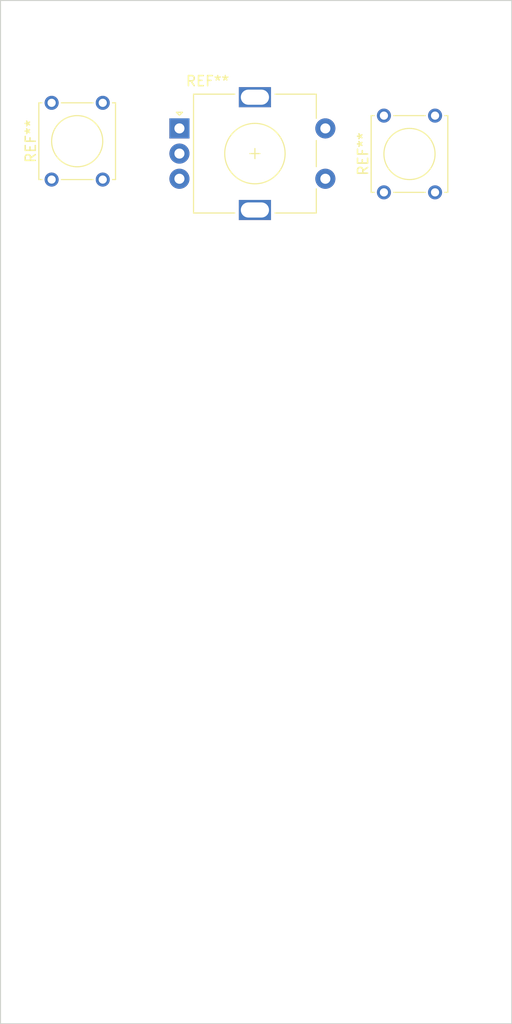
<source format=kicad_pcb>
(kicad_pcb (version 20211014) (generator pcbnew)
  (layers (0 "F.Cu" signal) (31 "B.Cu" signal) (34 "B.Paste" user) (35 "F.Paste" user) (36 "B.SilkS" user "B.Silkscreen") (37 "F.SilkS" user "F.Silkscreen") (38 "B.Mask" user) (39 "F.Mask" user) (44 "Edge.Cuts" user))
  (net 0 "")
  (footprint "Button_Switch_THT:SW_Tactile_Straight_KSL0Axx1LFTR" (layer "F.Cu") (at 106.68 43.18 90)
    (fp_text reference "REF**" (at 3.81 -2.08 90) (layer "F.SilkS"))
    (fp_text value "SW_Tactile_Straight_KSL0Axx1LFTR")
    (fp_line (start 0 0.97) (end 0 4.11) (layer "F.SilkS") (width 0.12))
    (fp_line (start 0 -1.27) (end 7.62 -1.27) (layer "F.SilkS") (width 0.12))
    (fp_line (start 7.62 0.97) (end 7.62 4.11) (layer "F.SilkS") (width 0.12))
    (fp_line (start 0 6.05) (end 0 6.35) (layer "F.SilkS") (width 0.12))
    (fp_line (start 7.62 6.35) (end 0 6.35) (layer "F.SilkS") (width 0.12))
    (fp_line (start 7.62 -1.27) (end 7.62 -0.97) (layer "F.SilkS") (width 0.12))
    (fp_line (start 0 -1.27) (end 0 -0.97) (layer "F.SilkS") (width 0.12))
    (fp_line (start 7.62 6.05) (end 7.62 6.35) (layer "F.SilkS") (width 0.12))
    (fp_circle (center 3.81 2.54) (end 3.81 0) (layer "F.SilkS") (width 0.12) (fill none))
    (pad "1" thru_hole circle (at 0 0 90) (size 1.397 1.397) (drill 0.8128) (layers *.Cu *.Mask))
    (pad "1" thru_hole circle (at 7.62 0 90) (size 1.397 1.397) (drill 0.8128) (layers *.Cu *.Mask))
    (pad "2" thru_hole circle (at 7.62 5.08 90) (size 1.397 1.397) (drill 0.8128) (layers *.Cu *.Mask))
    (pad "2" thru_hole circle (at 0 5.08 90) (size 1.397 1.397) (drill 0.8128) (layers *.Cu *.Mask))
  )
  (footprint "Rotary_Encoder:RotaryEncoder_Alps_EC11E-Switch_Vertical_H20mm" (layer "F.Cu") (at 119.38 38.1)
    (fp_text reference "REF**" (at 2.8 -4.7) (layer "F.SilkS"))
    (fp_text value "RotaryEncoder_Alps_EC11E-Switch_Vertical_H20mm")
    (fp_line (start -0.3 -1.6) (end 0.3 -1.6) (layer "F.SilkS") (width 0.12))
    (fp_line (start 5.5 -3.4) (end 1.4 -3.4) (layer "F.SilkS") (width 0.12))
    (fp_line (start 13.6 1.2) (end 13.6 3.8) (layer "F.SilkS") (width 0.12))
    (fp_line (start 5.5 8.4) (end 1.4 8.4) (layer "F.SilkS") (width 0.12))
    (fp_line (start 13.6 -3.4) (end 13.6 -1) (layer "F.SilkS") (width 0.12))
    (fp_line (start 7.5 2) (end 7.5 3) (layer "F.SilkS") (width 0.12))
    (fp_line (start 9.5 -3.4) (end 13.6 -3.4) (layer "F.SilkS") (width 0.12))
    (fp_line (start 1.4 -3.4) (end 1.4 8.4) (layer "F.SilkS") (width 0.12))
    (fp_line (start 0.3 -1.6) (end 0 -1.3) (layer "F.SilkS") (width 0.12))
    (fp_line (start 13.6 8.4) (end 9.5 8.4) (layer "F.SilkS") (width 0.12))
    (fp_line (start 7 2.5) (end 8 2.5) (layer "F.SilkS") (width 0.12))
    (fp_line (start 0 -1.3) (end -0.3 -1.6) (layer "F.SilkS") (width 0.12))
    (fp_line (start 13.6 6) (end 13.6 8.4) (layer "F.SilkS") (width 0.12))
    (fp_circle (center 7.5 2.5) (end 10.5 2.5) (layer "F.SilkS") (width 0.12) (fill none))
    (pad "A" thru_hole rect (at 0 0) (size 2 2) (drill 1) (layers *.Cu *.Mask))
    (pad "B" thru_hole circle (at 0 5) (size 2 2) (drill 1) (layers *.Cu *.Mask))
    (pad "C" thru_hole circle (at 0 2.5) (size 2 2) (drill 1) (layers *.Cu *.Mask))
    (pad "MP" thru_hole rect (at 7.5 -3.1) (size 3.2 2) (drill oval 2.8 1.5) (layers *.Cu *.Mask))
    (pad "MP" thru_hole rect (at 7.5 8.1) (size 3.2 2) (drill oval 2.8 1.5) (layers *.Cu *.Mask))
    (pad "S1" thru_hole circle (at 14.5 5) (size 2 2) (drill 1) (layers *.Cu *.Mask))
    (pad "S2" thru_hole circle (at 14.5 0) (size 2 2) (drill 1) (layers *.Cu *.Mask))
  )
  (footprint "Button_Switch_THT:SW_Tactile_Straight_KSL0Axx1LFTR" (layer "F.Cu") (at 139.7 44.45 90)
    (fp_text reference "REF**" (at 3.81 -2.08 90) (layer "F.SilkS"))
    (fp_text value "SW_Tactile_Straight_KSL0Axx1LFTR")
    (fp_line (start 0 -1.27) (end 7.62 -1.27) (layer "F.SilkS") (width 0.12))
    (fp_line (start 7.62 0.97) (end 7.62 4.11) (layer "F.SilkS") (width 0.12))
    (fp_line (start 0 -1.27) (end 0 -0.97) (layer "F.SilkS") (width 0.12))
    (fp_line (start 7.62 -1.27) (end 7.62 -0.97) (layer "F.SilkS") (width 0.12))
    (fp_line (start 7.62 6.35) (end 0 6.35) (layer "F.SilkS") (width 0.12))
    (fp_line (start 7.62 6.05) (end 7.62 6.35) (layer "F.SilkS") (width 0.12))
    (fp_line (start 0 0.97) (end 0 4.11) (layer "F.SilkS") (width 0.12))
    (fp_line (start 0 6.05) (end 0 6.35) (layer "F.SilkS") (width 0.12))
    (fp_circle (center 3.81 2.54) (end 3.81 0) (layer "F.SilkS") (width 0.12) (fill none))
    (pad "1" thru_hole circle (at 0 0 90) (size 1.397 1.397) (drill 0.8128) (layers *.Cu *.Mask))
    (pad "1" thru_hole circle (at 7.62 0 90) (size 1.397 1.397) (drill 0.8128) (layers *.Cu *.Mask))
    (pad "2" thru_hole circle (at 0 5.08 90) (size 1.397 1.397) (drill 0.8128) (layers *.Cu *.Mask))
    (pad "2" thru_hole circle (at 7.62 5.08 90) (size 1.397 1.397) (drill 0.8128) (layers *.Cu *.Mask))
  )
  (gr_rect (start 101.6 25.4) (end 152.4 127) (layer "Edge.Cuts") (width 0.1) (fill none))
)
</source>
